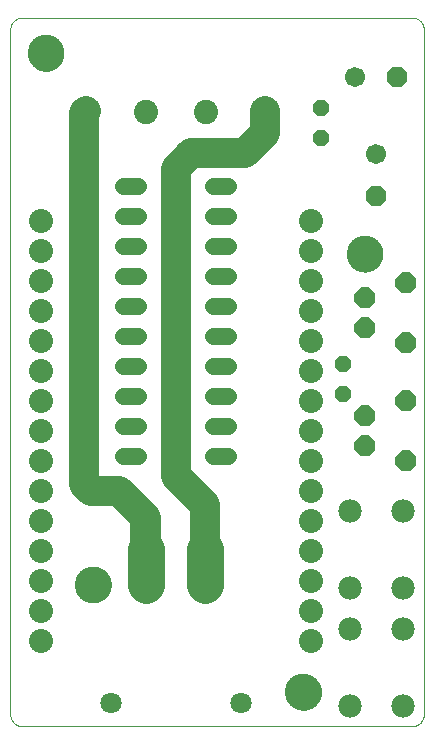
<source format=gbs>
G75*
%MOIN*%
%OFA0B0*%
%FSLAX25Y25*%
%IPPOS*%
%LPD*%
%AMOC8*
5,1,8,0,0,1.08239X$1,22.5*
%
%ADD10C,0.00000*%
%ADD11C,0.10000*%
%ADD12C,0.12211*%
%ADD13C,0.05600*%
%ADD14C,0.08000*%
%ADD15C,0.07093*%
%ADD16C,0.12211*%
%ADD17C,0.08077*%
%ADD18C,0.07800*%
%ADD19OC8,0.06700*%
%ADD20C,0.06700*%
%ADD21OC8,0.05600*%
%ADD22OC8,0.07000*%
D10*
X0007206Y0016861D02*
X0137127Y0016861D01*
X0137251Y0016863D01*
X0137374Y0016869D01*
X0137498Y0016878D01*
X0137620Y0016892D01*
X0137743Y0016909D01*
X0137865Y0016931D01*
X0137986Y0016956D01*
X0138106Y0016985D01*
X0138225Y0017017D01*
X0138344Y0017054D01*
X0138461Y0017094D01*
X0138576Y0017137D01*
X0138691Y0017185D01*
X0138803Y0017236D01*
X0138914Y0017290D01*
X0139024Y0017348D01*
X0139131Y0017409D01*
X0139237Y0017474D01*
X0139340Y0017542D01*
X0139441Y0017613D01*
X0139540Y0017687D01*
X0139637Y0017764D01*
X0139731Y0017845D01*
X0139822Y0017928D01*
X0139911Y0018014D01*
X0139997Y0018103D01*
X0140080Y0018194D01*
X0140161Y0018288D01*
X0140238Y0018385D01*
X0140312Y0018484D01*
X0140383Y0018585D01*
X0140451Y0018688D01*
X0140516Y0018794D01*
X0140577Y0018901D01*
X0140635Y0019011D01*
X0140689Y0019122D01*
X0140740Y0019234D01*
X0140788Y0019349D01*
X0140831Y0019464D01*
X0140871Y0019581D01*
X0140908Y0019700D01*
X0140940Y0019819D01*
X0140969Y0019939D01*
X0140994Y0020060D01*
X0141016Y0020182D01*
X0141033Y0020305D01*
X0141047Y0020427D01*
X0141056Y0020551D01*
X0141062Y0020674D01*
X0141064Y0020798D01*
X0141064Y0249145D01*
X0141062Y0249269D01*
X0141056Y0249392D01*
X0141047Y0249516D01*
X0141033Y0249638D01*
X0141016Y0249761D01*
X0140994Y0249883D01*
X0140969Y0250004D01*
X0140940Y0250124D01*
X0140908Y0250243D01*
X0140871Y0250362D01*
X0140831Y0250479D01*
X0140788Y0250594D01*
X0140740Y0250709D01*
X0140689Y0250821D01*
X0140635Y0250932D01*
X0140577Y0251042D01*
X0140516Y0251149D01*
X0140451Y0251255D01*
X0140383Y0251358D01*
X0140312Y0251459D01*
X0140238Y0251558D01*
X0140161Y0251655D01*
X0140080Y0251749D01*
X0139997Y0251840D01*
X0139911Y0251929D01*
X0139822Y0252015D01*
X0139731Y0252098D01*
X0139637Y0252179D01*
X0139540Y0252256D01*
X0139441Y0252330D01*
X0139340Y0252401D01*
X0139237Y0252469D01*
X0139131Y0252534D01*
X0139024Y0252595D01*
X0138914Y0252653D01*
X0138803Y0252707D01*
X0138691Y0252758D01*
X0138576Y0252806D01*
X0138461Y0252849D01*
X0138344Y0252889D01*
X0138225Y0252926D01*
X0138106Y0252958D01*
X0137986Y0252987D01*
X0137865Y0253012D01*
X0137743Y0253034D01*
X0137620Y0253051D01*
X0137498Y0253065D01*
X0137374Y0253074D01*
X0137251Y0253080D01*
X0137127Y0253082D01*
X0007206Y0253082D01*
X0007082Y0253080D01*
X0006959Y0253074D01*
X0006835Y0253065D01*
X0006713Y0253051D01*
X0006590Y0253034D01*
X0006468Y0253012D01*
X0006347Y0252987D01*
X0006227Y0252958D01*
X0006108Y0252926D01*
X0005989Y0252889D01*
X0005872Y0252849D01*
X0005757Y0252806D01*
X0005642Y0252758D01*
X0005530Y0252707D01*
X0005419Y0252653D01*
X0005309Y0252595D01*
X0005202Y0252534D01*
X0005096Y0252469D01*
X0004993Y0252401D01*
X0004892Y0252330D01*
X0004793Y0252256D01*
X0004696Y0252179D01*
X0004602Y0252098D01*
X0004511Y0252015D01*
X0004422Y0251929D01*
X0004336Y0251840D01*
X0004253Y0251749D01*
X0004172Y0251655D01*
X0004095Y0251558D01*
X0004021Y0251459D01*
X0003950Y0251358D01*
X0003882Y0251255D01*
X0003817Y0251149D01*
X0003756Y0251042D01*
X0003698Y0250932D01*
X0003644Y0250821D01*
X0003593Y0250709D01*
X0003545Y0250594D01*
X0003502Y0250479D01*
X0003462Y0250362D01*
X0003425Y0250243D01*
X0003393Y0250124D01*
X0003364Y0250004D01*
X0003339Y0249883D01*
X0003317Y0249761D01*
X0003300Y0249638D01*
X0003286Y0249516D01*
X0003277Y0249392D01*
X0003271Y0249269D01*
X0003269Y0249145D01*
X0003269Y0020798D01*
X0003271Y0020674D01*
X0003277Y0020551D01*
X0003286Y0020427D01*
X0003300Y0020305D01*
X0003317Y0020182D01*
X0003339Y0020060D01*
X0003364Y0019939D01*
X0003393Y0019819D01*
X0003425Y0019700D01*
X0003462Y0019581D01*
X0003502Y0019464D01*
X0003545Y0019349D01*
X0003593Y0019234D01*
X0003644Y0019122D01*
X0003698Y0019011D01*
X0003756Y0018901D01*
X0003817Y0018794D01*
X0003882Y0018688D01*
X0003950Y0018585D01*
X0004021Y0018484D01*
X0004095Y0018385D01*
X0004172Y0018288D01*
X0004253Y0018194D01*
X0004336Y0018103D01*
X0004422Y0018014D01*
X0004511Y0017928D01*
X0004602Y0017845D01*
X0004696Y0017764D01*
X0004793Y0017687D01*
X0004892Y0017613D01*
X0004993Y0017542D01*
X0005096Y0017474D01*
X0005202Y0017409D01*
X0005309Y0017348D01*
X0005419Y0017290D01*
X0005530Y0017236D01*
X0005642Y0017185D01*
X0005757Y0017137D01*
X0005872Y0017094D01*
X0005989Y0017054D01*
X0006108Y0017017D01*
X0006227Y0016985D01*
X0006347Y0016956D01*
X0006468Y0016931D01*
X0006590Y0016909D01*
X0006713Y0016892D01*
X0006835Y0016878D01*
X0006959Y0016869D01*
X0007082Y0016863D01*
X0007206Y0016861D01*
X0024922Y0064106D02*
X0024924Y0064259D01*
X0024930Y0064413D01*
X0024940Y0064566D01*
X0024954Y0064718D01*
X0024972Y0064871D01*
X0024994Y0065022D01*
X0025019Y0065173D01*
X0025049Y0065324D01*
X0025083Y0065474D01*
X0025120Y0065622D01*
X0025161Y0065770D01*
X0025206Y0065916D01*
X0025255Y0066062D01*
X0025308Y0066206D01*
X0025364Y0066348D01*
X0025424Y0066489D01*
X0025488Y0066629D01*
X0025555Y0066767D01*
X0025626Y0066903D01*
X0025701Y0067037D01*
X0025778Y0067169D01*
X0025860Y0067299D01*
X0025944Y0067427D01*
X0026032Y0067553D01*
X0026123Y0067676D01*
X0026217Y0067797D01*
X0026315Y0067915D01*
X0026415Y0068031D01*
X0026519Y0068144D01*
X0026625Y0068255D01*
X0026734Y0068363D01*
X0026846Y0068468D01*
X0026960Y0068569D01*
X0027078Y0068668D01*
X0027197Y0068764D01*
X0027319Y0068857D01*
X0027444Y0068946D01*
X0027571Y0069033D01*
X0027700Y0069115D01*
X0027831Y0069195D01*
X0027964Y0069271D01*
X0028099Y0069344D01*
X0028236Y0069413D01*
X0028375Y0069478D01*
X0028515Y0069540D01*
X0028657Y0069598D01*
X0028800Y0069653D01*
X0028945Y0069704D01*
X0029091Y0069751D01*
X0029238Y0069794D01*
X0029386Y0069833D01*
X0029535Y0069869D01*
X0029685Y0069900D01*
X0029836Y0069928D01*
X0029987Y0069952D01*
X0030140Y0069972D01*
X0030292Y0069988D01*
X0030445Y0070000D01*
X0030598Y0070008D01*
X0030751Y0070012D01*
X0030905Y0070012D01*
X0031058Y0070008D01*
X0031211Y0070000D01*
X0031364Y0069988D01*
X0031516Y0069972D01*
X0031669Y0069952D01*
X0031820Y0069928D01*
X0031971Y0069900D01*
X0032121Y0069869D01*
X0032270Y0069833D01*
X0032418Y0069794D01*
X0032565Y0069751D01*
X0032711Y0069704D01*
X0032856Y0069653D01*
X0032999Y0069598D01*
X0033141Y0069540D01*
X0033281Y0069478D01*
X0033420Y0069413D01*
X0033557Y0069344D01*
X0033692Y0069271D01*
X0033825Y0069195D01*
X0033956Y0069115D01*
X0034085Y0069033D01*
X0034212Y0068946D01*
X0034337Y0068857D01*
X0034459Y0068764D01*
X0034578Y0068668D01*
X0034696Y0068569D01*
X0034810Y0068468D01*
X0034922Y0068363D01*
X0035031Y0068255D01*
X0035137Y0068144D01*
X0035241Y0068031D01*
X0035341Y0067915D01*
X0035439Y0067797D01*
X0035533Y0067676D01*
X0035624Y0067553D01*
X0035712Y0067427D01*
X0035796Y0067299D01*
X0035878Y0067169D01*
X0035955Y0067037D01*
X0036030Y0066903D01*
X0036101Y0066767D01*
X0036168Y0066629D01*
X0036232Y0066489D01*
X0036292Y0066348D01*
X0036348Y0066206D01*
X0036401Y0066062D01*
X0036450Y0065916D01*
X0036495Y0065770D01*
X0036536Y0065622D01*
X0036573Y0065474D01*
X0036607Y0065324D01*
X0036637Y0065173D01*
X0036662Y0065022D01*
X0036684Y0064871D01*
X0036702Y0064718D01*
X0036716Y0064566D01*
X0036726Y0064413D01*
X0036732Y0064259D01*
X0036734Y0064106D01*
X0036732Y0063953D01*
X0036726Y0063799D01*
X0036716Y0063646D01*
X0036702Y0063494D01*
X0036684Y0063341D01*
X0036662Y0063190D01*
X0036637Y0063039D01*
X0036607Y0062888D01*
X0036573Y0062738D01*
X0036536Y0062590D01*
X0036495Y0062442D01*
X0036450Y0062296D01*
X0036401Y0062150D01*
X0036348Y0062006D01*
X0036292Y0061864D01*
X0036232Y0061723D01*
X0036168Y0061583D01*
X0036101Y0061445D01*
X0036030Y0061309D01*
X0035955Y0061175D01*
X0035878Y0061043D01*
X0035796Y0060913D01*
X0035712Y0060785D01*
X0035624Y0060659D01*
X0035533Y0060536D01*
X0035439Y0060415D01*
X0035341Y0060297D01*
X0035241Y0060181D01*
X0035137Y0060068D01*
X0035031Y0059957D01*
X0034922Y0059849D01*
X0034810Y0059744D01*
X0034696Y0059643D01*
X0034578Y0059544D01*
X0034459Y0059448D01*
X0034337Y0059355D01*
X0034212Y0059266D01*
X0034085Y0059179D01*
X0033956Y0059097D01*
X0033825Y0059017D01*
X0033692Y0058941D01*
X0033557Y0058868D01*
X0033420Y0058799D01*
X0033281Y0058734D01*
X0033141Y0058672D01*
X0032999Y0058614D01*
X0032856Y0058559D01*
X0032711Y0058508D01*
X0032565Y0058461D01*
X0032418Y0058418D01*
X0032270Y0058379D01*
X0032121Y0058343D01*
X0031971Y0058312D01*
X0031820Y0058284D01*
X0031669Y0058260D01*
X0031516Y0058240D01*
X0031364Y0058224D01*
X0031211Y0058212D01*
X0031058Y0058204D01*
X0030905Y0058200D01*
X0030751Y0058200D01*
X0030598Y0058204D01*
X0030445Y0058212D01*
X0030292Y0058224D01*
X0030140Y0058240D01*
X0029987Y0058260D01*
X0029836Y0058284D01*
X0029685Y0058312D01*
X0029535Y0058343D01*
X0029386Y0058379D01*
X0029238Y0058418D01*
X0029091Y0058461D01*
X0028945Y0058508D01*
X0028800Y0058559D01*
X0028657Y0058614D01*
X0028515Y0058672D01*
X0028375Y0058734D01*
X0028236Y0058799D01*
X0028099Y0058868D01*
X0027964Y0058941D01*
X0027831Y0059017D01*
X0027700Y0059097D01*
X0027571Y0059179D01*
X0027444Y0059266D01*
X0027319Y0059355D01*
X0027197Y0059448D01*
X0027078Y0059544D01*
X0026960Y0059643D01*
X0026846Y0059744D01*
X0026734Y0059849D01*
X0026625Y0059957D01*
X0026519Y0060068D01*
X0026415Y0060181D01*
X0026315Y0060297D01*
X0026217Y0060415D01*
X0026123Y0060536D01*
X0026032Y0060659D01*
X0025944Y0060785D01*
X0025860Y0060913D01*
X0025778Y0061043D01*
X0025701Y0061175D01*
X0025626Y0061309D01*
X0025555Y0061445D01*
X0025488Y0061583D01*
X0025424Y0061723D01*
X0025364Y0061864D01*
X0025308Y0062006D01*
X0025255Y0062150D01*
X0025206Y0062296D01*
X0025161Y0062442D01*
X0025120Y0062590D01*
X0025083Y0062738D01*
X0025049Y0062888D01*
X0025019Y0063039D01*
X0024994Y0063190D01*
X0024972Y0063341D01*
X0024954Y0063494D01*
X0024940Y0063646D01*
X0024930Y0063799D01*
X0024924Y0063953D01*
X0024922Y0064106D01*
X0095000Y0028279D02*
X0095002Y0028432D01*
X0095008Y0028586D01*
X0095018Y0028739D01*
X0095032Y0028891D01*
X0095050Y0029044D01*
X0095072Y0029195D01*
X0095097Y0029346D01*
X0095127Y0029497D01*
X0095161Y0029647D01*
X0095198Y0029795D01*
X0095239Y0029943D01*
X0095284Y0030089D01*
X0095333Y0030235D01*
X0095386Y0030379D01*
X0095442Y0030521D01*
X0095502Y0030662D01*
X0095566Y0030802D01*
X0095633Y0030940D01*
X0095704Y0031076D01*
X0095779Y0031210D01*
X0095856Y0031342D01*
X0095938Y0031472D01*
X0096022Y0031600D01*
X0096110Y0031726D01*
X0096201Y0031849D01*
X0096295Y0031970D01*
X0096393Y0032088D01*
X0096493Y0032204D01*
X0096597Y0032317D01*
X0096703Y0032428D01*
X0096812Y0032536D01*
X0096924Y0032641D01*
X0097038Y0032742D01*
X0097156Y0032841D01*
X0097275Y0032937D01*
X0097397Y0033030D01*
X0097522Y0033119D01*
X0097649Y0033206D01*
X0097778Y0033288D01*
X0097909Y0033368D01*
X0098042Y0033444D01*
X0098177Y0033517D01*
X0098314Y0033586D01*
X0098453Y0033651D01*
X0098593Y0033713D01*
X0098735Y0033771D01*
X0098878Y0033826D01*
X0099023Y0033877D01*
X0099169Y0033924D01*
X0099316Y0033967D01*
X0099464Y0034006D01*
X0099613Y0034042D01*
X0099763Y0034073D01*
X0099914Y0034101D01*
X0100065Y0034125D01*
X0100218Y0034145D01*
X0100370Y0034161D01*
X0100523Y0034173D01*
X0100676Y0034181D01*
X0100829Y0034185D01*
X0100983Y0034185D01*
X0101136Y0034181D01*
X0101289Y0034173D01*
X0101442Y0034161D01*
X0101594Y0034145D01*
X0101747Y0034125D01*
X0101898Y0034101D01*
X0102049Y0034073D01*
X0102199Y0034042D01*
X0102348Y0034006D01*
X0102496Y0033967D01*
X0102643Y0033924D01*
X0102789Y0033877D01*
X0102934Y0033826D01*
X0103077Y0033771D01*
X0103219Y0033713D01*
X0103359Y0033651D01*
X0103498Y0033586D01*
X0103635Y0033517D01*
X0103770Y0033444D01*
X0103903Y0033368D01*
X0104034Y0033288D01*
X0104163Y0033206D01*
X0104290Y0033119D01*
X0104415Y0033030D01*
X0104537Y0032937D01*
X0104656Y0032841D01*
X0104774Y0032742D01*
X0104888Y0032641D01*
X0105000Y0032536D01*
X0105109Y0032428D01*
X0105215Y0032317D01*
X0105319Y0032204D01*
X0105419Y0032088D01*
X0105517Y0031970D01*
X0105611Y0031849D01*
X0105702Y0031726D01*
X0105790Y0031600D01*
X0105874Y0031472D01*
X0105956Y0031342D01*
X0106033Y0031210D01*
X0106108Y0031076D01*
X0106179Y0030940D01*
X0106246Y0030802D01*
X0106310Y0030662D01*
X0106370Y0030521D01*
X0106426Y0030379D01*
X0106479Y0030235D01*
X0106528Y0030089D01*
X0106573Y0029943D01*
X0106614Y0029795D01*
X0106651Y0029647D01*
X0106685Y0029497D01*
X0106715Y0029346D01*
X0106740Y0029195D01*
X0106762Y0029044D01*
X0106780Y0028891D01*
X0106794Y0028739D01*
X0106804Y0028586D01*
X0106810Y0028432D01*
X0106812Y0028279D01*
X0106810Y0028126D01*
X0106804Y0027972D01*
X0106794Y0027819D01*
X0106780Y0027667D01*
X0106762Y0027514D01*
X0106740Y0027363D01*
X0106715Y0027212D01*
X0106685Y0027061D01*
X0106651Y0026911D01*
X0106614Y0026763D01*
X0106573Y0026615D01*
X0106528Y0026469D01*
X0106479Y0026323D01*
X0106426Y0026179D01*
X0106370Y0026037D01*
X0106310Y0025896D01*
X0106246Y0025756D01*
X0106179Y0025618D01*
X0106108Y0025482D01*
X0106033Y0025348D01*
X0105956Y0025216D01*
X0105874Y0025086D01*
X0105790Y0024958D01*
X0105702Y0024832D01*
X0105611Y0024709D01*
X0105517Y0024588D01*
X0105419Y0024470D01*
X0105319Y0024354D01*
X0105215Y0024241D01*
X0105109Y0024130D01*
X0105000Y0024022D01*
X0104888Y0023917D01*
X0104774Y0023816D01*
X0104656Y0023717D01*
X0104537Y0023621D01*
X0104415Y0023528D01*
X0104290Y0023439D01*
X0104163Y0023352D01*
X0104034Y0023270D01*
X0103903Y0023190D01*
X0103770Y0023114D01*
X0103635Y0023041D01*
X0103498Y0022972D01*
X0103359Y0022907D01*
X0103219Y0022845D01*
X0103077Y0022787D01*
X0102934Y0022732D01*
X0102789Y0022681D01*
X0102643Y0022634D01*
X0102496Y0022591D01*
X0102348Y0022552D01*
X0102199Y0022516D01*
X0102049Y0022485D01*
X0101898Y0022457D01*
X0101747Y0022433D01*
X0101594Y0022413D01*
X0101442Y0022397D01*
X0101289Y0022385D01*
X0101136Y0022377D01*
X0100983Y0022373D01*
X0100829Y0022373D01*
X0100676Y0022377D01*
X0100523Y0022385D01*
X0100370Y0022397D01*
X0100218Y0022413D01*
X0100065Y0022433D01*
X0099914Y0022457D01*
X0099763Y0022485D01*
X0099613Y0022516D01*
X0099464Y0022552D01*
X0099316Y0022591D01*
X0099169Y0022634D01*
X0099023Y0022681D01*
X0098878Y0022732D01*
X0098735Y0022787D01*
X0098593Y0022845D01*
X0098453Y0022907D01*
X0098314Y0022972D01*
X0098177Y0023041D01*
X0098042Y0023114D01*
X0097909Y0023190D01*
X0097778Y0023270D01*
X0097649Y0023352D01*
X0097522Y0023439D01*
X0097397Y0023528D01*
X0097275Y0023621D01*
X0097156Y0023717D01*
X0097038Y0023816D01*
X0096924Y0023917D01*
X0096812Y0024022D01*
X0096703Y0024130D01*
X0096597Y0024241D01*
X0096493Y0024354D01*
X0096393Y0024470D01*
X0096295Y0024588D01*
X0096201Y0024709D01*
X0096110Y0024832D01*
X0096022Y0024958D01*
X0095938Y0025086D01*
X0095856Y0025216D01*
X0095779Y0025348D01*
X0095704Y0025482D01*
X0095633Y0025618D01*
X0095566Y0025756D01*
X0095502Y0025896D01*
X0095442Y0026037D01*
X0095386Y0026179D01*
X0095333Y0026323D01*
X0095284Y0026469D01*
X0095239Y0026615D01*
X0095198Y0026763D01*
X0095161Y0026911D01*
X0095127Y0027061D01*
X0095097Y0027212D01*
X0095072Y0027363D01*
X0095050Y0027514D01*
X0095032Y0027667D01*
X0095018Y0027819D01*
X0095008Y0027972D01*
X0095002Y0028126D01*
X0095000Y0028279D01*
X0115473Y0174342D02*
X0115475Y0174495D01*
X0115481Y0174649D01*
X0115491Y0174802D01*
X0115505Y0174954D01*
X0115523Y0175107D01*
X0115545Y0175258D01*
X0115570Y0175409D01*
X0115600Y0175560D01*
X0115634Y0175710D01*
X0115671Y0175858D01*
X0115712Y0176006D01*
X0115757Y0176152D01*
X0115806Y0176298D01*
X0115859Y0176442D01*
X0115915Y0176584D01*
X0115975Y0176725D01*
X0116039Y0176865D01*
X0116106Y0177003D01*
X0116177Y0177139D01*
X0116252Y0177273D01*
X0116329Y0177405D01*
X0116411Y0177535D01*
X0116495Y0177663D01*
X0116583Y0177789D01*
X0116674Y0177912D01*
X0116768Y0178033D01*
X0116866Y0178151D01*
X0116966Y0178267D01*
X0117070Y0178380D01*
X0117176Y0178491D01*
X0117285Y0178599D01*
X0117397Y0178704D01*
X0117511Y0178805D01*
X0117629Y0178904D01*
X0117748Y0179000D01*
X0117870Y0179093D01*
X0117995Y0179182D01*
X0118122Y0179269D01*
X0118251Y0179351D01*
X0118382Y0179431D01*
X0118515Y0179507D01*
X0118650Y0179580D01*
X0118787Y0179649D01*
X0118926Y0179714D01*
X0119066Y0179776D01*
X0119208Y0179834D01*
X0119351Y0179889D01*
X0119496Y0179940D01*
X0119642Y0179987D01*
X0119789Y0180030D01*
X0119937Y0180069D01*
X0120086Y0180105D01*
X0120236Y0180136D01*
X0120387Y0180164D01*
X0120538Y0180188D01*
X0120691Y0180208D01*
X0120843Y0180224D01*
X0120996Y0180236D01*
X0121149Y0180244D01*
X0121302Y0180248D01*
X0121456Y0180248D01*
X0121609Y0180244D01*
X0121762Y0180236D01*
X0121915Y0180224D01*
X0122067Y0180208D01*
X0122220Y0180188D01*
X0122371Y0180164D01*
X0122522Y0180136D01*
X0122672Y0180105D01*
X0122821Y0180069D01*
X0122969Y0180030D01*
X0123116Y0179987D01*
X0123262Y0179940D01*
X0123407Y0179889D01*
X0123550Y0179834D01*
X0123692Y0179776D01*
X0123832Y0179714D01*
X0123971Y0179649D01*
X0124108Y0179580D01*
X0124243Y0179507D01*
X0124376Y0179431D01*
X0124507Y0179351D01*
X0124636Y0179269D01*
X0124763Y0179182D01*
X0124888Y0179093D01*
X0125010Y0179000D01*
X0125129Y0178904D01*
X0125247Y0178805D01*
X0125361Y0178704D01*
X0125473Y0178599D01*
X0125582Y0178491D01*
X0125688Y0178380D01*
X0125792Y0178267D01*
X0125892Y0178151D01*
X0125990Y0178033D01*
X0126084Y0177912D01*
X0126175Y0177789D01*
X0126263Y0177663D01*
X0126347Y0177535D01*
X0126429Y0177405D01*
X0126506Y0177273D01*
X0126581Y0177139D01*
X0126652Y0177003D01*
X0126719Y0176865D01*
X0126783Y0176725D01*
X0126843Y0176584D01*
X0126899Y0176442D01*
X0126952Y0176298D01*
X0127001Y0176152D01*
X0127046Y0176006D01*
X0127087Y0175858D01*
X0127124Y0175710D01*
X0127158Y0175560D01*
X0127188Y0175409D01*
X0127213Y0175258D01*
X0127235Y0175107D01*
X0127253Y0174954D01*
X0127267Y0174802D01*
X0127277Y0174649D01*
X0127283Y0174495D01*
X0127285Y0174342D01*
X0127283Y0174189D01*
X0127277Y0174035D01*
X0127267Y0173882D01*
X0127253Y0173730D01*
X0127235Y0173577D01*
X0127213Y0173426D01*
X0127188Y0173275D01*
X0127158Y0173124D01*
X0127124Y0172974D01*
X0127087Y0172826D01*
X0127046Y0172678D01*
X0127001Y0172532D01*
X0126952Y0172386D01*
X0126899Y0172242D01*
X0126843Y0172100D01*
X0126783Y0171959D01*
X0126719Y0171819D01*
X0126652Y0171681D01*
X0126581Y0171545D01*
X0126506Y0171411D01*
X0126429Y0171279D01*
X0126347Y0171149D01*
X0126263Y0171021D01*
X0126175Y0170895D01*
X0126084Y0170772D01*
X0125990Y0170651D01*
X0125892Y0170533D01*
X0125792Y0170417D01*
X0125688Y0170304D01*
X0125582Y0170193D01*
X0125473Y0170085D01*
X0125361Y0169980D01*
X0125247Y0169879D01*
X0125129Y0169780D01*
X0125010Y0169684D01*
X0124888Y0169591D01*
X0124763Y0169502D01*
X0124636Y0169415D01*
X0124507Y0169333D01*
X0124376Y0169253D01*
X0124243Y0169177D01*
X0124108Y0169104D01*
X0123971Y0169035D01*
X0123832Y0168970D01*
X0123692Y0168908D01*
X0123550Y0168850D01*
X0123407Y0168795D01*
X0123262Y0168744D01*
X0123116Y0168697D01*
X0122969Y0168654D01*
X0122821Y0168615D01*
X0122672Y0168579D01*
X0122522Y0168548D01*
X0122371Y0168520D01*
X0122220Y0168496D01*
X0122067Y0168476D01*
X0121915Y0168460D01*
X0121762Y0168448D01*
X0121609Y0168440D01*
X0121456Y0168436D01*
X0121302Y0168436D01*
X0121149Y0168440D01*
X0120996Y0168448D01*
X0120843Y0168460D01*
X0120691Y0168476D01*
X0120538Y0168496D01*
X0120387Y0168520D01*
X0120236Y0168548D01*
X0120086Y0168579D01*
X0119937Y0168615D01*
X0119789Y0168654D01*
X0119642Y0168697D01*
X0119496Y0168744D01*
X0119351Y0168795D01*
X0119208Y0168850D01*
X0119066Y0168908D01*
X0118926Y0168970D01*
X0118787Y0169035D01*
X0118650Y0169104D01*
X0118515Y0169177D01*
X0118382Y0169253D01*
X0118251Y0169333D01*
X0118122Y0169415D01*
X0117995Y0169502D01*
X0117870Y0169591D01*
X0117748Y0169684D01*
X0117629Y0169780D01*
X0117511Y0169879D01*
X0117397Y0169980D01*
X0117285Y0170085D01*
X0117176Y0170193D01*
X0117070Y0170304D01*
X0116966Y0170417D01*
X0116866Y0170533D01*
X0116768Y0170651D01*
X0116674Y0170772D01*
X0116583Y0170895D01*
X0116495Y0171021D01*
X0116411Y0171149D01*
X0116329Y0171279D01*
X0116252Y0171411D01*
X0116177Y0171545D01*
X0116106Y0171681D01*
X0116039Y0171819D01*
X0115975Y0171959D01*
X0115915Y0172100D01*
X0115859Y0172242D01*
X0115806Y0172386D01*
X0115757Y0172532D01*
X0115712Y0172678D01*
X0115671Y0172826D01*
X0115634Y0172974D01*
X0115600Y0173124D01*
X0115570Y0173275D01*
X0115545Y0173426D01*
X0115523Y0173577D01*
X0115505Y0173730D01*
X0115491Y0173882D01*
X0115481Y0174035D01*
X0115475Y0174189D01*
X0115473Y0174342D01*
X0009174Y0241271D02*
X0009176Y0241424D01*
X0009182Y0241578D01*
X0009192Y0241731D01*
X0009206Y0241883D01*
X0009224Y0242036D01*
X0009246Y0242187D01*
X0009271Y0242338D01*
X0009301Y0242489D01*
X0009335Y0242639D01*
X0009372Y0242787D01*
X0009413Y0242935D01*
X0009458Y0243081D01*
X0009507Y0243227D01*
X0009560Y0243371D01*
X0009616Y0243513D01*
X0009676Y0243654D01*
X0009740Y0243794D01*
X0009807Y0243932D01*
X0009878Y0244068D01*
X0009953Y0244202D01*
X0010030Y0244334D01*
X0010112Y0244464D01*
X0010196Y0244592D01*
X0010284Y0244718D01*
X0010375Y0244841D01*
X0010469Y0244962D01*
X0010567Y0245080D01*
X0010667Y0245196D01*
X0010771Y0245309D01*
X0010877Y0245420D01*
X0010986Y0245528D01*
X0011098Y0245633D01*
X0011212Y0245734D01*
X0011330Y0245833D01*
X0011449Y0245929D01*
X0011571Y0246022D01*
X0011696Y0246111D01*
X0011823Y0246198D01*
X0011952Y0246280D01*
X0012083Y0246360D01*
X0012216Y0246436D01*
X0012351Y0246509D01*
X0012488Y0246578D01*
X0012627Y0246643D01*
X0012767Y0246705D01*
X0012909Y0246763D01*
X0013052Y0246818D01*
X0013197Y0246869D01*
X0013343Y0246916D01*
X0013490Y0246959D01*
X0013638Y0246998D01*
X0013787Y0247034D01*
X0013937Y0247065D01*
X0014088Y0247093D01*
X0014239Y0247117D01*
X0014392Y0247137D01*
X0014544Y0247153D01*
X0014697Y0247165D01*
X0014850Y0247173D01*
X0015003Y0247177D01*
X0015157Y0247177D01*
X0015310Y0247173D01*
X0015463Y0247165D01*
X0015616Y0247153D01*
X0015768Y0247137D01*
X0015921Y0247117D01*
X0016072Y0247093D01*
X0016223Y0247065D01*
X0016373Y0247034D01*
X0016522Y0246998D01*
X0016670Y0246959D01*
X0016817Y0246916D01*
X0016963Y0246869D01*
X0017108Y0246818D01*
X0017251Y0246763D01*
X0017393Y0246705D01*
X0017533Y0246643D01*
X0017672Y0246578D01*
X0017809Y0246509D01*
X0017944Y0246436D01*
X0018077Y0246360D01*
X0018208Y0246280D01*
X0018337Y0246198D01*
X0018464Y0246111D01*
X0018589Y0246022D01*
X0018711Y0245929D01*
X0018830Y0245833D01*
X0018948Y0245734D01*
X0019062Y0245633D01*
X0019174Y0245528D01*
X0019283Y0245420D01*
X0019389Y0245309D01*
X0019493Y0245196D01*
X0019593Y0245080D01*
X0019691Y0244962D01*
X0019785Y0244841D01*
X0019876Y0244718D01*
X0019964Y0244592D01*
X0020048Y0244464D01*
X0020130Y0244334D01*
X0020207Y0244202D01*
X0020282Y0244068D01*
X0020353Y0243932D01*
X0020420Y0243794D01*
X0020484Y0243654D01*
X0020544Y0243513D01*
X0020600Y0243371D01*
X0020653Y0243227D01*
X0020702Y0243081D01*
X0020747Y0242935D01*
X0020788Y0242787D01*
X0020825Y0242639D01*
X0020859Y0242489D01*
X0020889Y0242338D01*
X0020914Y0242187D01*
X0020936Y0242036D01*
X0020954Y0241883D01*
X0020968Y0241731D01*
X0020978Y0241578D01*
X0020984Y0241424D01*
X0020986Y0241271D01*
X0020984Y0241118D01*
X0020978Y0240964D01*
X0020968Y0240811D01*
X0020954Y0240659D01*
X0020936Y0240506D01*
X0020914Y0240355D01*
X0020889Y0240204D01*
X0020859Y0240053D01*
X0020825Y0239903D01*
X0020788Y0239755D01*
X0020747Y0239607D01*
X0020702Y0239461D01*
X0020653Y0239315D01*
X0020600Y0239171D01*
X0020544Y0239029D01*
X0020484Y0238888D01*
X0020420Y0238748D01*
X0020353Y0238610D01*
X0020282Y0238474D01*
X0020207Y0238340D01*
X0020130Y0238208D01*
X0020048Y0238078D01*
X0019964Y0237950D01*
X0019876Y0237824D01*
X0019785Y0237701D01*
X0019691Y0237580D01*
X0019593Y0237462D01*
X0019493Y0237346D01*
X0019389Y0237233D01*
X0019283Y0237122D01*
X0019174Y0237014D01*
X0019062Y0236909D01*
X0018948Y0236808D01*
X0018830Y0236709D01*
X0018711Y0236613D01*
X0018589Y0236520D01*
X0018464Y0236431D01*
X0018337Y0236344D01*
X0018208Y0236262D01*
X0018077Y0236182D01*
X0017944Y0236106D01*
X0017809Y0236033D01*
X0017672Y0235964D01*
X0017533Y0235899D01*
X0017393Y0235837D01*
X0017251Y0235779D01*
X0017108Y0235724D01*
X0016963Y0235673D01*
X0016817Y0235626D01*
X0016670Y0235583D01*
X0016522Y0235544D01*
X0016373Y0235508D01*
X0016223Y0235477D01*
X0016072Y0235449D01*
X0015921Y0235425D01*
X0015768Y0235405D01*
X0015616Y0235389D01*
X0015463Y0235377D01*
X0015310Y0235369D01*
X0015157Y0235365D01*
X0015003Y0235365D01*
X0014850Y0235369D01*
X0014697Y0235377D01*
X0014544Y0235389D01*
X0014392Y0235405D01*
X0014239Y0235425D01*
X0014088Y0235449D01*
X0013937Y0235477D01*
X0013787Y0235508D01*
X0013638Y0235544D01*
X0013490Y0235583D01*
X0013343Y0235626D01*
X0013197Y0235673D01*
X0013052Y0235724D01*
X0012909Y0235779D01*
X0012767Y0235837D01*
X0012627Y0235899D01*
X0012488Y0235964D01*
X0012351Y0236033D01*
X0012216Y0236106D01*
X0012083Y0236182D01*
X0011952Y0236262D01*
X0011823Y0236344D01*
X0011696Y0236431D01*
X0011571Y0236520D01*
X0011449Y0236613D01*
X0011330Y0236709D01*
X0011212Y0236808D01*
X0011098Y0236909D01*
X0010986Y0237014D01*
X0010877Y0237122D01*
X0010771Y0237233D01*
X0010667Y0237346D01*
X0010567Y0237462D01*
X0010469Y0237580D01*
X0010375Y0237701D01*
X0010284Y0237824D01*
X0010196Y0237950D01*
X0010112Y0238078D01*
X0010030Y0238208D01*
X0009953Y0238340D01*
X0009878Y0238474D01*
X0009807Y0238610D01*
X0009740Y0238748D01*
X0009676Y0238888D01*
X0009616Y0239029D01*
X0009560Y0239171D01*
X0009507Y0239315D01*
X0009458Y0239461D01*
X0009413Y0239607D01*
X0009372Y0239755D01*
X0009335Y0239903D01*
X0009301Y0240053D01*
X0009271Y0240204D01*
X0009246Y0240355D01*
X0009224Y0240506D01*
X0009206Y0240659D01*
X0009192Y0240811D01*
X0009182Y0240964D01*
X0009176Y0241118D01*
X0009174Y0241271D01*
D11*
X0028465Y0221980D02*
X0027678Y0221192D01*
X0027678Y0097570D01*
X0030040Y0095208D01*
X0039489Y0095208D01*
X0048150Y0086546D01*
X0048544Y0086153D01*
X0048544Y0071980D01*
X0048150Y0071586D02*
X0048150Y0086546D01*
X0058387Y0100326D02*
X0068229Y0090483D01*
X0068229Y0076704D01*
X0058387Y0100326D02*
X0058387Y0202688D01*
X0063505Y0207806D01*
X0081615Y0207806D01*
X0088308Y0214499D01*
X0088308Y0221980D01*
D12*
X0121379Y0174342D03*
X0100906Y0028279D03*
X0030828Y0064106D03*
X0015080Y0241271D03*
D13*
X0040787Y0196901D02*
X0045987Y0196901D01*
X0045987Y0186901D02*
X0040787Y0186901D01*
X0040787Y0176901D02*
X0045987Y0176901D01*
X0045987Y0166901D02*
X0040787Y0166901D01*
X0040787Y0156901D02*
X0045987Y0156901D01*
X0045987Y0146901D02*
X0040787Y0146901D01*
X0040787Y0136901D02*
X0045987Y0136901D01*
X0045987Y0126901D02*
X0040787Y0126901D01*
X0040787Y0116901D02*
X0045987Y0116901D01*
X0045987Y0106901D02*
X0040787Y0106901D01*
X0070787Y0106901D02*
X0075987Y0106901D01*
X0075987Y0116901D02*
X0070787Y0116901D01*
X0070787Y0126901D02*
X0075987Y0126901D01*
X0075987Y0136901D02*
X0070787Y0136901D01*
X0070787Y0146901D02*
X0075987Y0146901D01*
X0075987Y0156901D02*
X0070787Y0156901D01*
X0070787Y0166901D02*
X0075987Y0166901D01*
X0075987Y0176901D02*
X0070787Y0176901D01*
X0070787Y0186901D02*
X0075987Y0186901D01*
X0075987Y0196901D02*
X0070787Y0196901D01*
D14*
X0103387Y0185287D03*
X0103387Y0175287D03*
X0103387Y0165287D03*
X0103387Y0155287D03*
X0103387Y0145287D03*
X0103387Y0135287D03*
X0103387Y0125287D03*
X0103387Y0115287D03*
X0103387Y0105287D03*
X0103387Y0095287D03*
X0103387Y0085287D03*
X0103387Y0075287D03*
X0103387Y0065287D03*
X0103387Y0055287D03*
X0103387Y0045287D03*
X0013387Y0045287D03*
X0013387Y0055287D03*
X0013387Y0065287D03*
X0013387Y0075287D03*
X0013387Y0085287D03*
X0013387Y0095287D03*
X0013387Y0105287D03*
X0013387Y0115287D03*
X0013387Y0125287D03*
X0013387Y0135287D03*
X0013387Y0145287D03*
X0013387Y0155287D03*
X0013387Y0165287D03*
X0013387Y0175287D03*
X0013387Y0185287D03*
D15*
X0036733Y0024735D03*
X0080040Y0024735D03*
D16*
X0068229Y0064106D02*
X0068229Y0075917D01*
X0048544Y0075917D02*
X0048544Y0064106D01*
D17*
X0048387Y0221586D03*
X0028387Y0221586D03*
X0068387Y0221586D03*
X0088387Y0221586D03*
D18*
X0116416Y0088717D03*
X0116416Y0063117D03*
X0116416Y0049346D03*
X0116416Y0023746D03*
X0134216Y0023746D03*
X0134216Y0049346D03*
X0134216Y0063117D03*
X0134216Y0088717D03*
D19*
X0125316Y0193720D03*
X0132316Y0233397D03*
D20*
X0118316Y0233397D03*
X0125316Y0207720D03*
D21*
X0106812Y0213043D03*
X0106812Y0223043D03*
X0114292Y0137609D03*
X0114292Y0127609D03*
D22*
X0121379Y0120287D03*
X0121379Y0110287D03*
X0135158Y0105287D03*
X0135158Y0125287D03*
X0135158Y0144657D03*
X0135158Y0164657D03*
X0121379Y0159657D03*
X0121379Y0149657D03*
M02*

</source>
